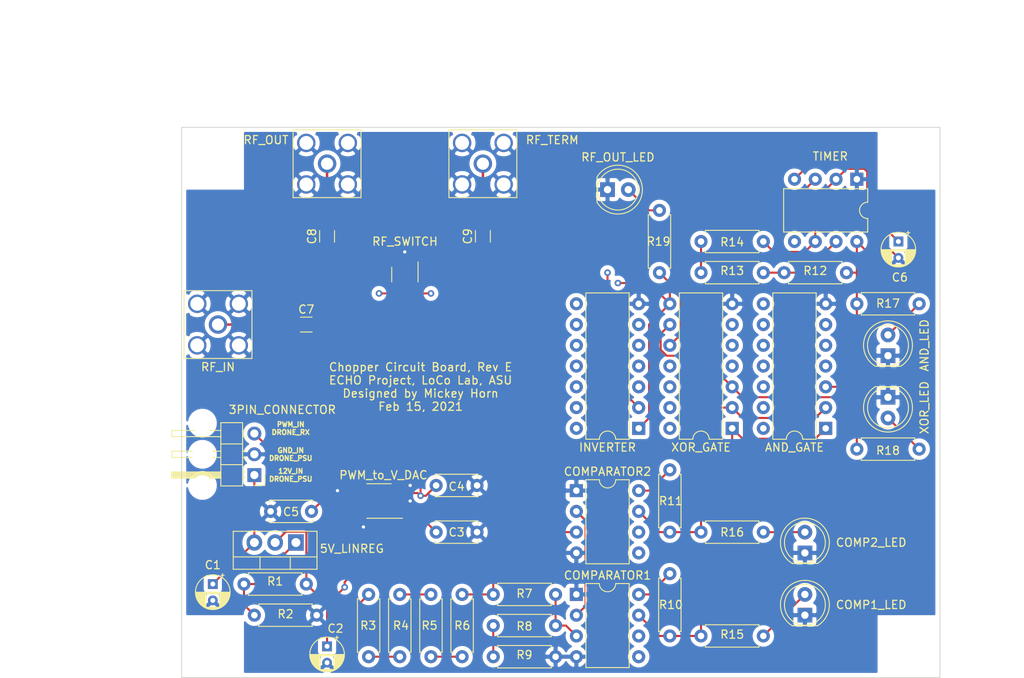
<source format=kicad_pcb>
(kicad_pcb (version 20171130) (host pcbnew "(5.1.9)-1")
  (layers (0 F.Cu signal) (1 In1.Cu signal) (2 In2.Cu signal) (31 B.Cu signal) (34 B.Paste user) (35 F.Paste user) (36 B.SilkS user) (37 F.SilkS user) (38 B.Mask user) (39 F.Mask user) (44 Edge.Cuts user))
  (net 0 "")
  (net 1 /12V)
  (net 2 GND)
  (net 3 /PWM)
  (net 4 /5V)
  (net 5 "Net-(5V_LINREG1-Pad1)")
  (net 6 "Net-(AND_GATE1-Pad13)")
  (net 7 "Net-(AND_GATE1-Pad6)")
  (net 8 "Net-(AND_GATE1-Pad12)")
  (net 9 "Net-(AND_GATE1-Pad5)")
  (net 10 "Net-(AND_GATE1-Pad11)")
  (net 11 "Net-(AND_GATE1-Pad4)")
  (net 12 "Net-(AND_GATE1-Pad10)")
  (net 13 "Net-(AND_GATE1-Pad3)")
  (net 14 "Net-(AND_GATE1-Pad9)")
  (net 15 "Net-(AND_GATE1-Pad2)")
  (net 16 "Net-(AND_GATE1-Pad8)")
  (net 17 "Net-(AND_GATE1-Pad1)")
  (net 18 "Net-(C5-Pad1)")
  (net 19 "Net-(C6-Pad1)")
  (net 20 /0.18V)
  (net 21 "Net-(COMPARATOR1-Pad6)")
  (net 22 "Net-(COMPARATOR1-Pad2)")
  (net 23 "Net-(COMPARATOR1-Pad5)")
  (net 24 /0.24V)
  (net 25 "Net-(COMPARATOR2-Pad6)")
  (net 26 "Net-(COMPARATOR2-Pad5)")
  (net 27 "Net-(INVERTER1-Pad13)")
  (net 28 "Net-(INVERTER1-Pad6)")
  (net 29 "Net-(INVERTER1-Pad12)")
  (net 30 "Net-(INVERTER1-Pad5)")
  (net 31 "Net-(INVERTER1-Pad11)")
  (net 32 "Net-(INVERTER1-Pad4)")
  (net 33 "Net-(INVERTER1-Pad10)")
  (net 34 "Net-(INVERTER1-Pad3)")
  (net 35 "Net-(INVERTER1-Pad9)")
  (net 36 "Net-(INVERTER1-Pad2)")
  (net 37 "Net-(INVERTER1-Pad8)")
  (net 38 "Net-(INVERTER1-Pad1)")
  (net 39 "Net-(PWM_to_V_DAC1-Pad3)")
  (net 40 "Net-(R3-Pad2)")
  (net 41 "Net-(R4-Pad2)")
  (net 42 "Net-(R5-Pad2)")
  (net 43 "Net-(R8-Pad2)")
  (net 44 "Net-(R12-Pad1)")
  (net 45 "Net-(R13-Pad1)")
  (net 46 "Net-(R18-Pad2)")
  (net 47 "Net-(TIMER1-Pad3)")
  (net 48 "Net-(TIMER1-Pad5)")
  (net 49 "Net-(XOR_GATE1-Pad13)")
  (net 50 "Net-(XOR_GATE1-Pad6)")
  (net 51 "Net-(XOR_GATE1-Pad12)")
  (net 52 "Net-(XOR_GATE1-Pad5)")
  (net 53 "Net-(XOR_GATE1-Pad11)")
  (net 54 "Net-(XOR_GATE1-Pad4)")
  (net 55 "Net-(C7-Pad2)")
  (net 56 "Net-(C7-Pad1)")
  (net 57 "Net-(C8-Pad2)")
  (net 58 "Net-(C8-Pad1)")
  (net 59 "Net-(C9-Pad2)")
  (net 60 "Net-(C9-Pad1)")
  (net 61 "Net-(AND_LED1-Pad2)")
  (net 62 "Net-(COMP1_LED1-Pad2)")
  (net 63 "Net-(COMP2_LED1-Pad2)")
  (net 64 "Net-(R18-Pad1)")
  (net 65 "Net-(R19-Pad1)")
  (module Connector_PinHeader_2.54mm:PinHeader_1x03_P2.54mm_Horizontal (layer F.Cu) (at 68.58 86.995 180)
    (fp_text reference 3PIN_CONNECTOR (at -3.42 7.995) (layer F.SilkS))
    (fp_text value Conn_01x03_Male)
    (pad 3 thru_hole oval (at 0 5.08 180) (size 1.7 1.7) (drill 1) (layers *.Cu *.Mask) (net 3 /PWM))
    (pad 2 thru_hole oval (at 0 2.54 180) (size 1.7 1.7) (drill 1) (layers *.Cu *.Mask) (net 2 GND))
    (pad 1 thru_hole rect (at 0 0 180) (size 1.7 1.7) (drill 1) (layers *.Cu *.Mask) (net 1 /12V))
  )
  (module MountingHole:MountingHole_3.2mm_M3 (layer F.Cu) (at 63.5 107.95)
    (fp_text reference REF** hide)
    (fp_text value MountingHole_3.2mm_M3)
    (pad 1 np_thru_hole circle (at 0 0) (size 3.2 3.2) (drill 3.2) (layers *.Cu *.Mask))
  )
  (module MountingHole:MountingHole_3.2mm_M3 (layer F.Cu) (at 148.59 107.95)
    (fp_text reference REF** hide)
    (fp_text value MountingHole_3.2mm_M3)
    (pad 1 np_thru_hole circle (at 0 0) (size 3.2 3.2) (drill 3.2) (layers *.Cu *.Mask))
  )
  (module MountingHole:MountingHole_3.2mm_M3 (layer F.Cu) (at 148.59 48.26)
    (fp_text reference REF** hide)
    (fp_text value MountingHole_3.2mm_M3)
    (pad 1 np_thru_hole circle (at 0 0) (size 3.2 3.2) (drill 3.2) (layers *.Cu *.Mask))
  )
  (module MountingHole:MountingHole_3.2mm_M3 (layer F.Cu) (at 63.5 48.26)
    (fp_text reference REF** hide)
    (fp_text value MountingHole_3.2mm_M3)
    (pad 1 np_thru_hole circle (at 0 0) (size 3.2 3.2) (drill 3.2) (layers *.Cu *.Mask))
  )
  (module MountingHole:MountingHole_2.5mm (layer F.Cu) (at 62.23 88.265)
    (fp_text reference REF** hide)
    (fp_text value MountingHole_2.5mm)
    (pad 1 np_thru_hole circle (at 0 0) (size 2.5 2.5) (drill 2.5) (layers *.Cu *.Mask))
  )
  (module MountingHole:MountingHole_2.5mm (layer F.Cu) (at 62.23 84.455)
    (fp_text reference REF** hide)
    (fp_text value MountingHole_2.5mm)
    (pad 1 np_thru_hole circle (at 0 0) (size 2.5 2.5) (drill 2.5) (layers *.Cu *.Mask))
  )
  (module MountingHole:MountingHole_2.5mm (layer F.Cu) (at 62.23 80.645)
    (fp_text reference REF** hide)
    (fp_text value MountingHole_2.5mm)
    (pad 1 np_thru_hole circle (at 0 0) (size 2.5 2.5) (drill 2.5) (layers *.Cu *.Mask))
  )
  (module Connector_Coaxial:SMA_Amphenol_132203-12_Horizontal (layer F.Cu) (at 96.52 48.895)
    (fp_text reference RF_TERM (at 8.48 -2.895) (layer F.SilkS))
    (fp_text value "Terminated Output")
    (pad 1 thru_hole circle (at 0 0) (size 2.25 2.25) (drill 1.5) (layers *.Cu *.Mask) (net 59 "Net-(C9-Pad2)"))
    (pad 2 thru_hole circle (at 2.54 2.54 90) (size 2.25 2.25) (drill 1.7) (layers *.Cu *.Mask) (net 2 GND))
    (pad 2 thru_hole circle (at 2.54 -2.54) (size 2.25 2.25) (drill 1.7) (layers *.Cu *.Mask) (net 2 GND))
    (pad 2 thru_hole circle (at -2.54 -2.54) (size 2.25 2.25) (drill 1.7) (layers *.Cu *.Mask) (net 2 GND))
    (pad 2 thru_hole circle (at -2.54 2.54) (size 2.25 2.25) (drill 1.7) (layers *.Cu *.Mask) (net 2 GND))
  )
  (module Connector_Coaxial:SMA_Amphenol_132203-12_Horizontal (layer F.Cu) (at 77.47 48.895)
    (fp_text reference RF_OUT (at -7.47 -2.895) (layer F.SilkS))
    (fp_text value "BicoLOG Output")
    (pad 1 thru_hole circle (at 0 0) (size 2.25 2.25) (drill 1.5) (layers *.Cu *.Mask) (net 57 "Net-(C8-Pad2)"))
    (pad 2 thru_hole circle (at 2.54 2.54 90) (size 2.25 2.25) (drill 1.7) (layers *.Cu *.Mask) (net 2 GND))
    (pad 2 thru_hole circle (at 2.54 -2.54) (size 2.25 2.25) (drill 1.7) (layers *.Cu *.Mask) (net 2 GND))
    (pad 2 thru_hole circle (at -2.54 -2.54) (size 2.25 2.25) (drill 1.7) (layers *.Cu *.Mask) (net 2 GND))
    (pad 2 thru_hole circle (at -2.54 2.54) (size 2.25 2.25) (drill 1.7) (layers *.Cu *.Mask) (net 2 GND))
  )
  (module Connector_Coaxial:SMA_Amphenol_132203-12_Horizontal (layer F.Cu) (at 64.135 68.58 90)
    (fp_text reference RF_IN (at -5.2 0) (layer F.SilkS))
    (fp_text value "Valon Input")
    (pad 1 thru_hole circle (at 0 0 90) (size 2.25 2.25) (drill 1.5) (layers *.Cu *.Mask) (net 56 "Net-(C7-Pad1)"))
    (pad 2 thru_hole circle (at 2.54 2.54 180) (size 2.25 2.25) (drill 1.7) (layers *.Cu *.Mask) (net 2 GND))
    (pad 2 thru_hole circle (at 2.54 -2.54 90) (size 2.25 2.25) (drill 1.7) (layers *.Cu *.Mask) (net 2 GND))
    (pad 2 thru_hole circle (at -2.54 -2.54 90) (size 2.25 2.25) (drill 1.7) (layers *.Cu *.Mask) (net 2 GND))
    (pad 2 thru_hole circle (at -2.54 2.54 90) (size 2.25 2.25) (drill 1.7) (layers *.Cu *.Mask) (net 2 GND))
  )
  (module Capacitor_SMD:C_1206_3216Metric_Pad1.33x1.80mm_HandSolder (layer F.Cu) (at 96.52 57.785 90)
    (fp_text reference C9 (at 0 -1.85 90) (layer F.SilkS))
    (fp_text value 390pF)
    (pad 2 smd roundrect (at 1.5625 0 90) (size 1.325 1.8) (layers F.Cu F.Paste F.Mask) (roundrect_rratio 0.188679) (net 59 "Net-(C9-Pad2)"))
    (pad 1 smd roundrect (at -1.5625 0 90) (size 1.325 1.8) (layers F.Cu F.Paste F.Mask) (roundrect_rratio 0.188679) (net 60 "Net-(C9-Pad1)"))
  )
  (module Capacitor_SMD:C_1206_3216Metric_Pad1.33x1.80mm_HandSolder (layer F.Cu) (at 77.47 57.785 90)
    (fp_text reference C8 (at 0 -1.85 90) (layer F.SilkS))
    (fp_text value 390pF)
    (pad 2 smd roundrect (at 1.5625 0 90) (size 1.325 1.8) (layers F.Cu F.Paste F.Mask) (roundrect_rratio 0.188679) (net 57 "Net-(C8-Pad2)"))
    (pad 1 smd roundrect (at -1.5625 0 90) (size 1.325 1.8) (layers F.Cu F.Paste F.Mask) (roundrect_rratio 0.188679) (net 58 "Net-(C8-Pad1)"))
  )
  (module Capacitor_SMD:C_1206_3216Metric_Pad1.33x1.80mm_HandSolder (layer F.Cu) (at 74.93 68.58)
    (fp_text reference C7 (at 0 -1.85) (layer F.SilkS))
    (fp_text value 390pF)
    (pad 2 smd roundrect (at 1.5625 0) (size 1.325 1.8) (layers F.Cu F.Paste F.Mask) (roundrect_rratio 0.188679) (net 55 "Net-(C7-Pad2)"))
    (pad 1 smd roundrect (at -1.5625 0) (size 1.325 1.8) (layers F.Cu F.Paste F.Mask) (roundrect_rratio 0.188679) (net 56 "Net-(C7-Pad1)"))
  )
  (module Package_TO_SOT_SMD:SOT-23-6 (layer F.Cu) (at 86.9848 62.4664 270)
    (fp_text reference RF_SWITCH (at -4.0464 -0.0102) (layer F.SilkS))
    (fp_text value HMC545AE)
    (pad 5 smd rect (at 1.1 0 270) (size 1.06 0.65) (layers F.Cu F.Paste F.Mask) (net 55 "Net-(C7-Pad2)"))
    (pad 6 smd rect (at 1.1 -0.95 270) (size 1.06 0.65) (layers F.Cu F.Paste F.Mask) (net 38 "Net-(INVERTER1-Pad1)"))
    (pad 4 smd rect (at 1.1 0.95 270) (size 1.06 0.65) (layers F.Cu F.Paste F.Mask) (net 36 "Net-(INVERTER1-Pad2)"))
    (pad 3 smd rect (at -1.1 0.95 270) (size 1.06 0.65) (layers F.Cu F.Paste F.Mask) (net 58 "Net-(C8-Pad1)"))
    (pad 2 smd rect (at -1.1 0 270) (size 1.06 0.65) (layers F.Cu F.Paste F.Mask) (net 2 GND))
    (pad 1 smd rect (at -1.1 -0.95 270) (size 1.06 0.65) (layers F.Cu F.Paste F.Mask) (net 60 "Net-(C9-Pad1)"))
  )
  (module Package_DIP:DIP-14_W7.62mm (layer F.Cu) (at 127 81.28 180)
    (fp_text reference XOR_GATE (at 3.81 -2.33) (layer F.SilkS))
    (fp_text value SN74LS86AN)
    (pad 14 thru_hole oval (at 7.62 0 180) (size 1.6 1.6) (drill 0.8) (layers *.Cu *.Mask) (net 4 /5V))
    (pad 7 thru_hole oval (at 0 15.24 180) (size 1.6 1.6) (drill 0.8) (layers *.Cu *.Mask) (net 2 GND))
    (pad 13 thru_hole oval (at 7.62 2.54 180) (size 1.6 1.6) (drill 0.8) (layers *.Cu *.Mask) (net 49 "Net-(XOR_GATE1-Pad13)"))
    (pad 6 thru_hole oval (at 0 12.7 180) (size 1.6 1.6) (drill 0.8) (layers *.Cu *.Mask) (net 50 "Net-(XOR_GATE1-Pad6)"))
    (pad 12 thru_hole oval (at 7.62 5.08 180) (size 1.6 1.6) (drill 0.8) (layers *.Cu *.Mask) (net 51 "Net-(XOR_GATE1-Pad12)"))
    (pad 5 thru_hole oval (at 0 10.16 180) (size 1.6 1.6) (drill 0.8) (layers *.Cu *.Mask) (net 52 "Net-(XOR_GATE1-Pad5)"))
    (pad 11 thru_hole oval (at 7.62 7.62 180) (size 1.6 1.6) (drill 0.8) (layers *.Cu *.Mask) (net 53 "Net-(XOR_GATE1-Pad11)"))
    (pad 4 thru_hole oval (at 0 7.62 180) (size 1.6 1.6) (drill 0.8) (layers *.Cu *.Mask) (net 54 "Net-(XOR_GATE1-Pad4)"))
    (pad 10 thru_hole oval (at 7.62 10.16 180) (size 1.6 1.6) (drill 0.8) (layers *.Cu *.Mask) (net 47 "Net-(TIMER1-Pad3)"))
    (pad 3 thru_hole oval (at 0 5.08 180) (size 1.6 1.6) (drill 0.8) (layers *.Cu *.Mask) (net 46 "Net-(R18-Pad2)"))
    (pad 9 thru_hole oval (at 7.62 12.7 180) (size 1.6 1.6) (drill 0.8) (layers *.Cu *.Mask) (net 46 "Net-(R18-Pad2)"))
    (pad 2 thru_hole oval (at 0 2.54 180) (size 1.6 1.6) (drill 0.8) (layers *.Cu *.Mask) (net 15 "Net-(AND_GATE1-Pad2)"))
    (pad 8 thru_hole oval (at 7.62 15.24 180) (size 1.6 1.6) (drill 0.8) (layers *.Cu *.Mask) (net 38 "Net-(INVERTER1-Pad1)"))
    (pad 1 thru_hole rect (at 0 0 180) (size 1.6 1.6) (drill 0.8) (layers *.Cu *.Mask) (net 17 "Net-(AND_GATE1-Pad1)"))
  )
  (module Package_DIP:DIP-8_W7.62mm (layer F.Cu) (at 142.24 50.8 270)
    (fp_text reference TIMER (at -2.8 3.24) (layer F.SilkS))
    (fp_text value TLC555xP)
    (pad 8 thru_hole oval (at 7.62 0 270) (size 1.6 1.6) (drill 0.8) (layers *.Cu *.Mask) (net 13 "Net-(AND_GATE1-Pad3)"))
    (pad 4 thru_hole oval (at 0 7.62 270) (size 1.6 1.6) (drill 0.8) (layers *.Cu *.Mask) (net 13 "Net-(AND_GATE1-Pad3)"))
    (pad 7 thru_hole oval (at 7.62 2.54 270) (size 1.6 1.6) (drill 0.8) (layers *.Cu *.Mask) (net 44 "Net-(R12-Pad1)"))
    (pad 3 thru_hole oval (at 0 5.08 270) (size 1.6 1.6) (drill 0.8) (layers *.Cu *.Mask) (net 47 "Net-(TIMER1-Pad3)"))
    (pad 6 thru_hole oval (at 7.62 5.08 270) (size 1.6 1.6) (drill 0.8) (layers *.Cu *.Mask) (net 19 "Net-(C6-Pad1)"))
    (pad 2 thru_hole oval (at 0 2.54 270) (size 1.6 1.6) (drill 0.8) (layers *.Cu *.Mask) (net 19 "Net-(C6-Pad1)"))
    (pad 5 thru_hole oval (at 7.62 7.62 270) (size 1.6 1.6) (drill 0.8) (layers *.Cu *.Mask) (net 48 "Net-(TIMER1-Pad5)"))
    (pad 1 thru_hole rect (at 0 0 270) (size 1.6 1.6) (drill 0.8) (layers *.Cu *.Mask) (net 2 GND))
  )
  (module Resistor_THT:R_Axial_DIN0207_L6.3mm_D2.5mm_P7.62mm_Horizontal (layer F.Cu) (at 118.11 54.61 270)
    (fp_text reference R19 (at 3.81 0.11) (layer F.SilkS))
    (fp_text value 100)
    (pad 2 thru_hole oval (at 7.62 0 270) (size 1.6 1.6) (drill 0.8) (layers *.Cu *.Mask) (net 38 "Net-(INVERTER1-Pad1)"))
    (pad 1 thru_hole circle (at 0 0 270) (size 1.6 1.6) (drill 0.8) (layers *.Cu *.Mask) (net 65 "Net-(R19-Pad1)"))
  )
  (module Resistor_THT:R_Axial_DIN0207_L6.3mm_D2.5mm_P7.62mm_Horizontal (layer F.Cu) (at 149.86 83.82 180)
    (fp_text reference R18 (at 3.81 -0.18) (layer F.SilkS))
    (fp_text value 100)
    (pad 2 thru_hole oval (at 7.62 0 180) (size 1.6 1.6) (drill 0.8) (layers *.Cu *.Mask) (net 46 "Net-(R18-Pad2)"))
    (pad 1 thru_hole circle (at 0 0 180) (size 1.6 1.6) (drill 0.8) (layers *.Cu *.Mask) (net 64 "Net-(R18-Pad1)"))
  )
  (module Resistor_THT:R_Axial_DIN0207_L6.3mm_D2.5mm_P7.62mm_Horizontal (layer F.Cu) (at 142.24 66.04)
    (fp_text reference R17 (at 3.81 -0.04) (layer F.SilkS))
    (fp_text value 100)
    (pad 2 thru_hole oval (at 7.62 0) (size 1.6 1.6) (drill 0.8) (layers *.Cu *.Mask) (net 61 "Net-(AND_LED1-Pad2)"))
    (pad 1 thru_hole circle (at 0 0) (size 1.6 1.6) (drill 0.8) (layers *.Cu *.Mask) (net 13 "Net-(AND_GATE1-Pad3)"))
  )
  (module Resistor_THT:R_Axial_DIN0207_L6.3mm_D2.5mm_P7.62mm_Horizontal (layer F.Cu) (at 123.19 93.98)
    (fp_text reference R16 (at 3.81 0.02) (layer F.SilkS))
    (fp_text value 100)
    (pad 2 thru_hole oval (at 7.62 0) (size 1.6 1.6) (drill 0.8) (layers *.Cu *.Mask) (net 63 "Net-(COMP2_LED1-Pad2)"))
    (pad 1 thru_hole circle (at 0 0) (size 1.6 1.6) (drill 0.8) (layers *.Cu *.Mask) (net 15 "Net-(AND_GATE1-Pad2)"))
  )
  (module Resistor_THT:R_Axial_DIN0207_L6.3mm_D2.5mm_P7.62mm_Horizontal (layer F.Cu) (at 123.19 106.68)
    (fp_text reference R15 (at 3.81 -0.18) (layer F.SilkS))
    (fp_text value 100)
    (pad 2 thru_hole oval (at 7.62 0) (size 1.6 1.6) (drill 0.8) (layers *.Cu *.Mask) (net 62 "Net-(COMP1_LED1-Pad2)"))
    (pad 1 thru_hole circle (at 0 0) (size 1.6 1.6) (drill 0.8) (layers *.Cu *.Mask) (net 17 "Net-(AND_GATE1-Pad1)"))
  )
  (module Resistor_THT:R_Axial_DIN0207_L6.3mm_D2.5mm_P7.62mm_Horizontal (layer F.Cu) (at 123.19 58.42)
    (fp_text reference R14 (at 3.81 0.08) (layer F.SilkS))
    (fp_text value 100k)
    (pad 2 thru_hole oval (at 7.62 0) (size 1.6 1.6) (drill 0.8) (layers *.Cu *.Mask) (net 19 "Net-(C6-Pad1)"))
    (pad 1 thru_hole circle (at 0 0) (size 1.6 1.6) (drill 0.8) (layers *.Cu *.Mask) (net 45 "Net-(R13-Pad1)"))
  )
  (module Resistor_THT:R_Axial_DIN0207_L6.3mm_D2.5mm_P7.62mm_Horizontal (layer F.Cu) (at 123.19 62.23)
    (fp_text reference R13 (at 3.81 -0.23) (layer F.SilkS))
    (fp_text value 200k)
    (pad 2 thru_hole oval (at 7.62 0) (size 1.6 1.6) (drill 0.8) (layers *.Cu *.Mask) (net 44 "Net-(R12-Pad1)"))
    (pad 1 thru_hole circle (at 0 0) (size 1.6 1.6) (drill 0.8) (layers *.Cu *.Mask) (net 45 "Net-(R13-Pad1)"))
  )
  (module Resistor_THT:R_Axial_DIN0207_L6.3mm_D2.5mm_P7.62mm_Horizontal (layer F.Cu) (at 133.35 62.23)
    (fp_text reference R12 (at 3.81 -0.23) (layer F.SilkS))
    (fp_text value 15k)
    (pad 2 thru_hole oval (at 7.62 0) (size 1.6 1.6) (drill 0.8) (layers *.Cu *.Mask) (net 13 "Net-(AND_GATE1-Pad3)"))
    (pad 1 thru_hole circle (at 0 0) (size 1.6 1.6) (drill 0.8) (layers *.Cu *.Mask) (net 44 "Net-(R12-Pad1)"))
  )
  (module Resistor_THT:R_Axial_DIN0207_L6.3mm_D2.5mm_P7.62mm_Horizontal (layer F.Cu) (at 119.38 93.98 90)
    (fp_text reference R11 (at 3.81 0.12 180) (layer F.SilkS))
    (fp_text value 20k)
    (pad 2 thru_hole oval (at 7.62 0 90) (size 1.6 1.6) (drill 0.8) (layers *.Cu *.Mask) (net 4 /5V))
    (pad 1 thru_hole circle (at 0 0 90) (size 1.6 1.6) (drill 0.8) (layers *.Cu *.Mask) (net 15 "Net-(AND_GATE1-Pad2)"))
  )
  (module Resistor_THT:R_Axial_DIN0207_L6.3mm_D2.5mm_P7.62mm_Horizontal (layer F.Cu) (at 119.38 106.68 90)
    (fp_text reference R10 (at 3.81 0.12 180) (layer F.SilkS))
    (fp_text value 20k)
    (pad 2 thru_hole oval (at 7.62 0 90) (size 1.6 1.6) (drill 0.8) (layers *.Cu *.Mask) (net 4 /5V))
    (pad 1 thru_hole circle (at 0 0 90) (size 1.6 1.6) (drill 0.8) (layers *.Cu *.Mask) (net 17 "Net-(AND_GATE1-Pad1)"))
  )
  (module Resistor_THT:R_Axial_DIN0207_L6.3mm_D2.5mm_P7.62mm_Horizontal (layer F.Cu) (at 97.79 109.22)
    (fp_text reference R9 (at 3.81 -0.22) (layer F.SilkS))
    (fp_text value 3.3k)
    (pad 2 thru_hole oval (at 7.62 0) (size 1.6 1.6) (drill 0.8) (layers *.Cu *.Mask) (net 2 GND))
    (pad 1 thru_hole circle (at 0 0) (size 1.6 1.6) (drill 0.8) (layers *.Cu *.Mask) (net 43 "Net-(R8-Pad2)"))
  )
  (module Resistor_THT:R_Axial_DIN0207_L6.3mm_D2.5mm_P7.62mm_Horizontal (layer F.Cu) (at 105.41 105.41 180)
    (fp_text reference R8 (at 3.81 -0.09) (layer F.SilkS))
    (fp_text value 3.3k)
    (pad 2 thru_hole oval (at 7.62 0 180) (size 1.6 1.6) (drill 0.8) (layers *.Cu *.Mask) (net 43 "Net-(R8-Pad2)"))
    (pad 1 thru_hole circle (at 0 0 180) (size 1.6 1.6) (drill 0.8) (layers *.Cu *.Mask) (net 20 /0.18V))
  )
  (module Resistor_THT:R_Axial_DIN0207_L6.3mm_D2.5mm_P7.62mm_Horizontal (layer F.Cu) (at 97.79 101.6)
    (fp_text reference R7 (at 3.81 -0.1) (layer F.SilkS))
    (fp_text value 2.2k)
    (pad 2 thru_hole oval (at 7.62 0) (size 1.6 1.6) (drill 0.8) (layers *.Cu *.Mask) (net 20 /0.18V))
    (pad 1 thru_hole circle (at 0 0) (size 1.6 1.6) (drill 0.8) (layers *.Cu *.Mask) (net 24 /0.24V))
  )
  (module Resistor_THT:R_Axial_DIN0207_L6.3mm_D2.5mm_P7.62mm_Horizontal (layer F.Cu) (at 93.98 109.22 90)
    (fp_text reference R6 (at 3.81 0.02 180) (layer F.SilkS))
    (fp_text value 5.6k)
    (pad 2 thru_hole oval (at 7.62 0 90) (size 1.6 1.6) (drill 0.8) (layers *.Cu *.Mask) (net 24 /0.24V))
    (pad 1 thru_hole circle (at 0 0 90) (size 1.6 1.6) (drill 0.8) (layers *.Cu *.Mask) (net 42 "Net-(R5-Pad2)"))
  )
  (module Resistor_THT:R_Axial_DIN0207_L6.3mm_D2.5mm_P7.62mm_Horizontal (layer F.Cu) (at 90.17 101.6 270)
    (fp_text reference R5 (at 3.81 0.17) (layer F.SilkS))
    (fp_text value 22k)
    (pad 2 thru_hole oval (at 7.62 0 270) (size 1.6 1.6) (drill 0.8) (layers *.Cu *.Mask) (net 42 "Net-(R5-Pad2)"))
    (pad 1 thru_hole circle (at 0 0 270) (size 1.6 1.6) (drill 0.8) (layers *.Cu *.Mask) (net 41 "Net-(R4-Pad2)"))
  )
  (module Resistor_THT:R_Axial_DIN0207_L6.3mm_D2.5mm_P7.62mm_Horizontal (layer F.Cu) (at 86.36 109.22 90)
    (fp_text reference R4 (at 3.81 0.14 180) (layer F.SilkS))
    (fp_text value 47k)
    (pad 2 thru_hole oval (at 7.62 0 90) (size 1.6 1.6) (drill 0.8) (layers *.Cu *.Mask) (net 41 "Net-(R4-Pad2)"))
    (pad 1 thru_hole circle (at 0 0 90) (size 1.6 1.6) (drill 0.8) (layers *.Cu *.Mask) (net 40 "Net-(R3-Pad2)"))
  )
  (module Resistor_THT:R_Axial_DIN0207_L6.3mm_D2.5mm_P7.62mm_Horizontal (layer F.Cu) (at 82.55 101.6 270)
    (fp_text reference R3 (at 3.81 0.05) (layer F.SilkS))
    (fp_text value 100k)
    (pad 2 thru_hole oval (at 7.62 0 270) (size 1.6 1.6) (drill 0.8) (layers *.Cu *.Mask) (net 40 "Net-(R3-Pad2)"))
    (pad 1 thru_hole circle (at 0 0 270) (size 1.6 1.6) (drill 0.8) (layers *.Cu *.Mask) (net 4 /5V))
  )
  (module Resistor_THT:R_Axial_DIN0207_L6.3mm_D2.5mm_P7.62mm_Horizontal (layer F.Cu) (at 76.2 104.14 180)
    (fp_text reference R2 (at 3.81 0.14) (layer F.SilkS))
    (fp_text value 300)
    (pad 2 thru_hole oval (at 7.62 0 180) (size 1.6 1.6) (drill 0.8) (layers *.Cu *.Mask) (net 5 "Net-(5V_LINREG1-Pad1)"))
    (pad 1 thru_hole circle (at 0 0 180) (size 1.6 1.6) (drill 0.8) (layers *.Cu *.Mask) (net 2 GND))
  )
  (module Resistor_THT:R_Axial_DIN0207_L6.3mm_D2.5mm_P7.62mm_Horizontal (layer F.Cu) (at 74.93 100.33 180)
    (fp_text reference R1 (at 3.81 0.33) (layer F.SilkS))
    (fp_text value 100)
    (pad 2 thru_hole oval (at 7.62 0 180) (size 1.6 1.6) (drill 0.8) (layers *.Cu *.Mask) (net 5 "Net-(5V_LINREG1-Pad1)"))
    (pad 1 thru_hole circle (at 0 0 180) (size 1.6 1.6) (drill 0.8) (layers *.Cu *.Mask) (net 4 /5V))
  )
  (module Package_SO:MSOP-12-1EP_3x4mm_P0.65mm_EP1.65x2.85mm (layer F.Cu) (at 83.82 90.17 180)
    (fp_text reference PWM_to_V_DAC (at -0.53 3.17) (layer F.SilkS))
    (fp_text value LTC2644CMS-L12#PBF)
    (pad 13 smd rect (at 0 0 180) (size 1.65 2.85) (layers F.Cu F.Mask))
    (pad 12 smd roundrect (at 2.15 -1.625 180) (size 1.45 0.4) (layers F.Cu F.Paste F.Mask) (net 2 GND))
    (pad 11 smd roundrect (at 2.15 -0.975 180) (size 1.45 0.4) (layers F.Cu F.Paste F.Mask) (net 2 GND))
    (pad 10 smd roundrect (at 2.15 -0.325 180) (size 1.45 0.4) (layers F.Cu F.Paste F.Mask) (net 18 "Net-(C5-Pad1)"))
    (pad 9 smd roundrect (at 2.15 0.325 180) (size 1.45 0.4) (layers F.Cu F.Paste F.Mask) (net 3 /PWM))
    (pad 8 smd roundrect (at 2.15 0.975 180) (size 1.45 0.4) (layers F.Cu F.Paste F.Mask) (net 2 GND))
    (pad 7 smd roundrect (at 2.15 1.625 180) (size 1.45 0.4) (layers F.Cu F.Paste F.Mask) (net 4 /5V))
    (pad 6 smd roundrect (at -2.15 1.625 180) (size 1.45 0.4) (layers F.Cu F.Paste F.Mask) (net 2 GND))
    (pad 5 smd roundrect (at -2.15 0.975 180) (size 1.45 0.4) (layers F.Cu F.Paste F.Mask) (net 4 /5V))
    (pad 4 smd roundrect (at -2.15 0.325 180) (size 1.45 0.4) (layers F.Cu F.Paste F.Mask) (net 2 GND))
    (pad 3 smd roundrect (at -2.15 -0.325 180) (size 1.45 0.4) (layers F.Cu F.Paste F.Mask) (net 39 "Net-(PWM_to_V_DAC1-Pad3)"))
    (pad 2 smd roundrect (at -2.15 -0.975 180) (size 1.45 0.4) (layers F.Cu F.Paste F.Mask) (net 22 "Net-(COMPARATOR1-Pad2)"))
    (pad 1 smd roundrect (at -2.15 -1.625 180) (size 1.45 0.4) (layers F.Cu F.Paste F.Mask) (net 4 /5V))
  )
  (module LED_THT:LED_D5.0mm (layer F.Cu) (at 111.76 52.07)
    (fp_text reference RF_OUT_LED (at 1.27 -3.96) (layer F.SilkS))
    (fp_text value LED)
    (pad 2 thru_hole circle (at 2.54 0) (size 1.8 1.8) (drill 0.9) (layers *.Cu *.Mask) (net 65 "Net-(R19-Pad1)"))
    (pad 1 thru_hole rect (at 0 0) (size 1.8 1.8) (drill 0.9) (layers *.Cu *.Mask) (net 2 GND))
  )
  (module LED_THT:LED_D5.0mm (layer F.Cu) (at 146.05 72.39 90)
    (fp_text reference AND_LED (at 1.27 4.45 90) (layer F.SilkS))
    (fp_text value LED)
    (pad 2 thru_hole circle (at 2.54 0 90) (size 1.8 1.8) (drill 0.9) (layers *.Cu *.Mask) (net 61 "Net-(AND_LED1-Pad2)"))
    (pad 1 thru_hole rect (at 0 0 90) (size 1.8 1.8) (drill 0.9) (layers *.Cu *.Mask) (net 2 GND))
  )
  (module LED_THT:LED_D5.0mm (layer F.Cu) (at 146.05 77.47 270)
    (fp_text reference XOR_LED (at 1.27 -4.45 90) (layer F.SilkS))
    (fp_text value LED)
    (pad 2 thru_hole circle (at 2.54 0 270) (size 1.8 1.8) (drill 0.9) (layers *.Cu *.Mask) (net 64 "Net-(R18-Pad1)"))
    (pad 1 thru_hole rect (at 0 0 270) (size 1.8 1.8) (drill 0.9) (layers *.Cu *.Mask) (net 2 GND))
  )
  (module LED_THT:LED_D5.0mm (layer F.Cu) (at 135.89 96.52 90)
    (fp_text reference COMP2_LED (at 1.27 8.11 180) (layer F.SilkS))
    (fp_text value LED)
    (pad 2 thru_hole circle (at 2.54 0 90) (size 1.8 1.8) (drill 0.9) (layers *.Cu *.Mask) (net 63 "Net-(COMP2_LED1-Pad2)"))
    (pad 1 thru_hole rect (at 0 0 90) (size 1.8 1.8) (drill 0.9) (layers *.Cu *.Mask) (net 2 GND))
  )
  (module LED_THT:LED_D5.0mm (layer F.Cu) (at 135.89 104.14 90)
    (fp_text reference COMP1_LED (at 1.27 8.11 180) (layer F.SilkS))
    (fp_text value LED)
    (pad 2 thru_hole circle (at 2.54 0 90) (size 1.8 1.8) (drill 0.9) (layers *.Cu *.Mask) (net 62 "Net-(COMP1_LED1-Pad2)"))
    (pad 1 thru_hole rect (at 0 0 90) (size 1.8 1.8) (drill 0.9) (layers *.Cu *.Mask) (net 2 GND))
  )
  (module Package_DIP:DIP-14_W7.62mm (layer F.Cu) (at 115.57 81.28 180)
    (fp_text reference INVERTER (at 3.81 -2.33) (layer F.SilkS))
    (fp_text value SN74LS04N)
    (pad 14 thru_hole oval (at 7.62 0 180) (size 1.6 1.6) (drill 0.8) (layers *.Cu *.Mask) (net 4 /5V))
    (pad 7 thru_hole oval (at 0 15.24 180) (size 1.6 1.6) (drill 0.8) (layers *.Cu *.Mask) (net 2 GND))
    (pad 13 thru_hole oval (at 7.62 2.54 180) (size 1.6 1.6) (drill 0.8) (layers *.Cu *.Mask) (net 27 "Net-(INVERTER1-Pad13)"))
    (pad 6 thru_hole oval (at 0 12.7 180) (size 1.6 1.6) (drill 0.8) (layers *.Cu *.Mask) (net 28 "Net-(INVERTER1-Pad6)"))
    (pad 12 thru_hole oval (at 7.62 5.08 180) (size 1.6 1.6) (drill 0.8) (layers *.Cu *.Mask) (net 29 "Net-(INVERTER1-Pad12)"))
    (pad 5 thru_hole oval (at 0 10.16 180) (size 1.6 1.6) (drill 0.8) (layers *.Cu *.Mask) (net 30 "Net-(INVERTER1-Pad5)"))
    (pad 11 thru_hole oval (at 7.62 7.62 180) (size 1.6 1.6) (drill 0.8) (layers *.Cu *.Mask) (net 31 "Net-(INVERTER1-Pad11)"))
    (pad 4 thru_hole oval (at 0 7.62 180) (size 1.6 1.6) (drill 0.8) (layers *.Cu *.Mask) (net 32 "Net-(INVERTER1-Pad4)"))
    (pad 10 thru_hole oval (at 7.62 10.16 180) (size 1.6 1.6) (drill 0.8) (layers *.Cu *.Mask) (net 33 "Net-(INVERTER1-Pad10)"))
    (pad 3 thru_hole oval (at 0 5.08 180) (size 1.6 1.6) (drill 0.8) (layers *.Cu *.Mask) (net 34 "Net-(INVERTER1-Pad3)"))
    (pad 9 thru_hole oval (at 7.62 12.7 180) (size 1.6 1.6) (drill 0.8) (layers *.Cu *.Mask) (net 35 "Net-(INVERTER1-Pad9)"))
    (pad 2 thru_hole oval (at 0 2.54 180) (size 1.6 1.6) (drill 0.8) (layers *.Cu *.Mask) (net 36 "Net-(INVERTER1-Pad2)"))
    (pad 8 thru_hole oval (at 7.62 15.24 180) (size 1.6 1.6) (drill 0.8) (layers *.Cu *.Mask) (net 37 "Net-(INVERTER1-Pad8)"))
    (pad 1 thru_hole rect (at 0 0 180) (size 1.6 1.6) (drill 0.8) (layers *.Cu *.Mask) (net 38 "Net-(INVERTER1-Pad1)"))
  )
  (module Package_DIP:DIP-8_W7.62mm (layer F.Cu) (at 107.95 88.9)
    (fp_text reference COMPARATOR2 (at 3.81 -2.33) (layer F.SilkS))
    (fp_text value LM311)
    (pad 8 thru_hole oval (at 7.62 0) (size 1.6 1.6) (drill 0.8) (layers *.Cu *.Mask) (net 4 /5V))
    (pad 4 thru_hole oval (at 0 7.62) (size 1.6 1.6) (drill 0.8) (layers *.Cu *.Mask) (net 2 GND))
    (pad 7 thru_hole oval (at 7.62 2.54) (size 1.6 1.6) (drill 0.8) (layers *.Cu *.Mask) (net 15 "Net-(AND_GATE1-Pad2)"))
    (pad 3 thru_hole oval (at 0 5.08) (size 1.6 1.6) (drill 0.8) (layers *.Cu *.Mask) (net 24 /0.24V))
    (pad 6 thru_hole oval (at 7.62 5.08) (size 1.6 1.6) (drill 0.8) (layers *.Cu *.Mask) (net 25 "Net-(COMPARATOR2-Pad6)"))
    (pad 2 thru_hole oval (at 0 2.54) (size 1.6 1.6) (drill 0.8) (layers *.Cu *.Mask) (net 22 "Net-(COMPARATOR1-Pad2)"))
    (pad 5 thru_hole oval (at 7.62 7.62) (size 1.6 1.6) (drill 0.8) (layers *.Cu *.Mask) (net 26 "Net-(COMPARATOR2-Pad5)"))
    (pad 1 thru_hole rect (at 0 0) (size 1.6 1.6) (drill 0.8) (layers *.Cu *.Mask) (net 2 GND))
  )
  (module Package_DIP:DIP-8_W7.62mm (layer F.Cu) (at 107.95 101.6)
    (fp_text reference COMPARATOR1 (at 3.81 -2.33) (layer F.SilkS))
    (fp_text value LM311)
    (pad 8 thru_hole oval (at 7.62 0) (size 1.6 1.6) (drill 0.8) (layers *.Cu *.Mask) (net 4 /5V))
    (pad 4 thru_hole oval (at 0 7.62) (size 1.6 1.6) (drill 0.8) (layers *.Cu *.Mask) (net 2 GND))
    (pad 7 thru_hole oval (at 7.62 2.54) (size 1.6 1.6) (drill 0.8) (layers *.Cu *.Mask) (net 17 "Net-(AND_GATE1-Pad1)"))
    (pad 3 thru_hole oval (at 0 5.08) (size 1.6 1.6) (drill 0.8) (layers *.Cu *.Mask) (net 20 /0.18V))
    (pad 6 thru_hole oval (at 7.62 5.08) (size 1.6 1.6) (drill 0.8) (layers *.Cu *.Mask) (net 21 "Net-(COMPARATOR1-Pad6)"))
    (pad 2 thru_hole oval (at 0 2.54) (size 1.6 1.6) (drill 0.8) (layers *.Cu *.Mask) (net 22 "Net-(COMPARATOR1-Pad2)"))
    (pad 5 thru_hole oval (at 7.62 7.62) (size 1.6 1.6) (drill 0.8) (layers *.Cu *.Mask) (net 23 "Net-(COMPARATOR1-Pad5)"))
    (pad 1 thru_hole rect (at 0 0) (size 1.6 1.6) (drill 0.8) (layers *.Cu *.Mask) (net 2 GND))
  )
  (module Capacitor_THT:CP_Radial_D4.0mm_P2.00mm (layer F.Cu) (at 147.32 58.42 270)
    (fp_text reference C6 (at 4.39 -0.18) (layer F.SilkS))
    (fp_text value 1uF)
    (pad 2 thru_hole circle (at 2 0 270) (size 1.2 1.2) (drill 0.6) (layers *.Cu *.Mask) (net 2 GND))
    (pad 1 thru_hole rect (at 0 0 270) (size 1.2 1.2) (drill 0.6) (layers *.Cu *.Mask) (net 19 "Net-(C6-Pad1)"))
  )
  (module Capacitor_THT:C_Disc_D5.0mm_W2.5mm_P5.00mm (layer F.Cu) (at 75.565 91.44 180)
    (fp_text reference C5 (at 2.5 -0.06) (layer F.SilkS))
    (fp_text value 0.15uF)
    (pad 2 thru_hole circle (at 5 0 180) (size 1.6 1.6) (drill 0.8) (layers *.Cu *.Mask) (net 2 GND))
    (pad 1 thru_hole circle (at 0 0 180) (size 1.6 1.6) (drill 0.8) (layers *.Cu *.Mask) (net 18 "Net-(C5-Pad1)"))
  )
  (module Capacitor_THT:C_Disc_D5.0mm_W2.5mm_P5.00mm (layer F.Cu) (at 90.805 88.265)
    (fp_text reference C4 (at 2.5 0.14) (layer F.SilkS))
    (fp_text value 0.15uF)
    (pad 2 thru_hole circle (at 5 0) (size 1.6 1.6) (drill 0.8) (layers *.Cu *.Mask) (net 2 GND))
    (pad 1 thru_hole circle (at 0 0) (size 1.6 1.6) (drill 0.8) (layers *.Cu *.Mask) (net 4 /5V))
  )
  (module Capacitor_THT:C_Disc_D5.0mm_W2.5mm_P5.00mm (layer F.Cu) (at 90.805 93.98)
    (fp_text reference C3 (at 2.5 0.02) (layer F.SilkS))
    (fp_text value 0.15uF)
    (pad 2 thru_hole circle (at 5 0) (size 1.6 1.6) (drill 0.8) (layers *.Cu *.Mask) (net 2 GND))
    (pad 1 thru_hole circle (at 0 0) (size 1.6 1.6) (drill 0.8) (layers *.Cu *.Mask) (net 4 /5V))
  )
  (module Capacitor_THT:CP_Radial_D4.0mm_P2.00mm (layer F.Cu) (at 77.47 107.95 270)
    (fp_text reference C2 (at -2.18 -1.03) (layer F.SilkS))
    (fp_text value 1uF)
    (pad 2 thru_hole circle (at 2 0 270) (size 1.2 1.2) (drill 0.6) (layers *.Cu *.Mask) (net 2 GND))
    (pad 1 thru_hole rect (at 0 0 270) (size 1.2 1.2) (drill 0.6) (layers *.Cu *.Mask) (net 4 /5V))
  )
  (module Capacitor_THT:CP_Radial_D4.0mm_P2.00mm (layer F.Cu) (at 63.5 100.33 270)
    (fp_text reference C1 (at -2.33 0) (layer F.SilkS))
    (fp_text value 0.1uF)
    (pad 2 thru_hole circle (at 2 0 270) (size 1.2 1.2) (drill 0.6) (layers *.Cu *.Mask) (net 2 GND))
    (pad 1 thru_hole rect (at 0 0 270) (size 1.2 1.2) (drill 0.6) (layers *.Cu *.Mask) (net 1 /12V))
  )
  (module Package_DIP:DIP-14_W7.62mm (layer F.Cu) (at 138.43 81.28 180)
    (fp_text reference AND_GATE (at 3.81 -2.33) (layer F.SilkS))
    (fp_text value SN74LS08N)
    (pad 14 thru_hole oval (at 7.62 0 180) (size 1.6 1.6) (drill 0.8) (layers *.Cu *.Mask) (net 4 /5V))
    (pad 7 thru_hole oval (at 0 15.24 180) (size 1.6 1.6) (drill 0.8) (layers *.Cu *.Mask) (net 2 GND))
    (pad 13 thru_hole oval (at 7.62 2.54 180) (size 1.6 1.6) (drill 0.8) (layers *.Cu *.Mask) (net 6 "Net-(AND_GATE1-Pad13)"))
    (pad 6 thru_hole oval (at 0 12.7 180) (size 1.6 1.6) (drill 0.8) (layers *.Cu *.Mask) (net 7 "Net-(AND_GATE1-Pad6)"))
    (pad 12 thru_hole oval (at 7.62 5.08 180) (size 1.6 1.6) (drill 0.8) (layers *.Cu *.Mask) (net 8 "Net-(AND_GATE1-Pad12)"))
    (pad 5 thru_hole oval (at 0 10.16 180) (size 1.6 1.6) (drill 0.8) (layers *.Cu *.Mask) (net 9 "Net-(AND_GATE1-Pad5)"))
    (pad 11 thru_hole oval (at 7.62 7.62 180) (size 1.6 1.6) (drill 0.8) (layers *.Cu *.Mask) (net 10 "Net-(AND_GATE1-Pad11)"))
    (pad 4 thru_hole oval (at 0 7.62 180) (size 1.6 1.6) (drill 0.8) (layers *.Cu *.Mask) (net 11 "Net-(AND_GATE1-Pad4)"))
    (pad 10 thru_hole oval (at 7.62 10.16 180) (size 1.6 1.6) (drill 0.8) (layers *.Cu *.Mask) (net 12 "Net-(AND_GATE1-Pad10)"))
    (pad 3 thru_hole oval (at 0 5.08 180) (size 1.6 1.6) (drill 0.8) (layers *.Cu *.Mask) (net 13 "Net-(AND_GATE1-Pad3)"))
    (pad 9 thru_hole oval (at 7.62 12.7 180) (size 1.6 1.6) (drill 0.8) (layers *.Cu *.Mask) (net 14 "Net-(AND_GATE1-Pad9)"))
    (pad 2 thru_hole oval (at 0 2.54 180) (size 1.6 1.6) (drill 0.8) (layers *.Cu *.Mask) (net 15 "Net-(AND_GATE1-Pad2)"))
    (pad 8 thru_hole oval (at 7.62 15.24 180) (size 1.6 1.6) (drill 0.8) (layers *.Cu *.Mask) (net 16 "Net-(AND_GATE1-Pad8)"))
    (pad 1 thru_hole rect (at 0 0 180) (size 1.6 1.6) (drill 0.8) (layers *.Cu *.Mask) (net 17 "Net-(AND_GATE1-Pad1)"))
  )
  (module Package_TO_SOT_THT:TO-220-3_Vertical (layer F.Cu) (at 73.66 95.25 180)
    (fp_text reference 5V_LINREG (at -6.84 -0.75) (layer F.SilkS))
    (fp_text value LM317_3PinPackage)
    (pad 3 thru_hole oval (at 5.08 0 180) (size 1.905 2) (drill 1.1) (layers *.Cu *.Mask) (net 1 /12V))
    (pad 2 thru_hole oval (at 2.54 0 180) (size 1.905 2) (drill 1.1) (layers *.Cu *.Mask) (net 4 /5V))
    (pad 1 thru_hole rect (at 0 0 180) (size 1.905 2) (drill 1.1) (layers *.Cu *.Mask) (net 5 "Net-(5V_LINREG1-Pad1)"))
  )
  (gr_text "Chopper Circuit Board, Rev E\nECHO Project, LoCo Lab, ASU\nDesigned by Mickey Horn\nFeb 15, 2021" (at 88.9 76.2) (layer F.SilkS) (effects (font (size 1 1))))
  (gr_text "12V_IN\nDRONE_PSU" (at 73.025 86.995) (layer F.SilkS) (effects (font (size 0.6 0.6))))
  (gr_text "GND_IN\nDRONE_PSU" (at 73.025 84.455) (layer F.SilkS) (effects (font (size 0.6 0.6))))
  (gr_text "PWM_IN\nDRONE_RX" (at 73.025 81.28) (layer F.SilkS) (effects (font (size 0.6 0.6))))
  (gr_line (start 152.4 44.45) (end 152.4 111.76) (layer Edge.Cuts) (width 0.1))
  (gr_line (start 59.69 44.45) (end 152.4 44.45) (layer Edge.Cuts) (width 0.1))
  (gr_line (start 59.69 111.76) (end 59.69 44.45) (layer Edge.Cuts) (width 0.1))
  (gr_line (start 152.4 111.76) (end 59.69 111.76) (layer Edge.Cuts) (width 0.1))
  (segment (start 68.58 95.25) (end 63.5 100.33) (width 0.25) (layer F.Cu) (net 1))
  (segment (start 68.58 86.995) (end 68.58 95.25) (width 0.25) (layer F.Cu) (net 1))
  (via (at 87.63 88.265) (size 0.8) (drill 0.4) (layers F.Cu B.Cu) (net 2))
  (via (at 87.63 90.17) (size 0.8) (drill 0.4) (layers F.Cu B.Cu) (net 2))
  (via (at 81.915 93.345) (size 0.8) (drill 0.4) (layers F.Cu B.Cu) (net 2))
  (via (at 78.74 88.9) (size 0.8) (drill 0.4) (layers F.Cu B.Cu) (net 2))
  (via (at 86.9696 59.69) (size 0.8) (drill 0.4) (layers F.Cu B.Cu) (net 2))
  (segment (start 86.9696 61.3512) (end 86.9848 61.3664) (width 0.25) (layer F.Cu) (net 2))
  (segment (start 86.9696 59.69) (end 86.9696 61.3512) (width 0.25) (layer F.Cu) (net 2))
  (segment (start 142.24 55.34) (end 147.32 60.42) (width 0.25) (layer F.Cu) (net 2))
  (segment (start 142.24 50.8) (end 142.24 55.34) (width 0.25) (layer F.Cu) (net 2))
  (segment (start 81.67 91.795) (end 81.67 91.145) (width 0.25) (layer F.Cu) (net 2))
  (segment (start 79.035 89.195) (end 81.67 89.195) (width 0.25) (layer F.Cu) (net 2))
  (segment (start 78.74 88.9) (end 79.035 89.195) (width 0.25) (layer F.Cu) (net 2))
  (segment (start 87.35 88.545) (end 87.63 88.265) (width 0.25) (layer F.Cu) (net 2))
  (segment (start 85.97 88.545) (end 87.35 88.545) (width 0.25) (layer F.Cu) (net 2))
  (segment (start 87.305 89.845) (end 87.63 90.17) (width 0.25) (layer F.Cu) (net 2))
  (segment (start 85.97 89.845) (end 87.305 89.845) (width 0.25) (layer F.Cu) (net 2))
  (segment (start 81.67 93.1) (end 81.915 93.345) (width 0.25) (layer F.Cu) (net 2))
  (segment (start 81.67 91.795) (end 81.67 93.1) (width 0.25) (layer F.Cu) (net 2))
  (segment (start 76.51 89.845) (end 81.67 89.845) (width 0.25) (layer F.Cu) (net 3))
  (segment (start 68.58 81.915) (end 76.51 89.845) (width 0.25) (layer F.Cu) (net 3))
  (segment (start 116.84 88.9) (end 119.38 86.36) (width 0.25) (layer F.Cu) (net 4))
  (segment (start 115.57 88.9) (end 116.84 88.9) (width 0.25) (layer F.Cu) (net 4))
  (segment (start 116.84 101.6) (end 119.38 99.06) (width 0.25) (layer F.Cu) (net 4))
  (segment (start 115.57 101.6) (end 116.84 101.6) (width 0.25) (layer F.Cu) (net 4))
  (segment (start 74.937501 100.322499) (end 74.93 100.33) (width 0.25) (layer F.Cu) (net 4))
  (segment (start 74.937501 93.989999) (end 74.937501 100.322499) (width 0.25) (layer F.Cu) (net 4))
  (segment (start 74.872501 93.924999) (end 74.937501 93.989999) (width 0.25) (layer F.Cu) (net 4))
  (segment (start 72.445001 93.924999) (end 74.872501 93.924999) (width 0.25) (layer F.Cu) (net 4))
  (segment (start 71.12 95.25) (end 72.445001 93.924999) (width 0.25) (layer F.Cu) (net 4))
  (segment (start 77.47 102.87) (end 77.47 106.68) (width 0.25) (layer F.Cu) (net 4))
  (segment (start 74.93 100.33) (end 77.47 102.87) (width 0.25) (layer F.Cu) (net 4))
  (segment (start 81.28 102.87) (end 82.55 101.6) (width 0.25) (layer F.Cu) (net 4))
  (segment (start 77.47 102.87) (end 81.28 102.87) (width 0.25) (layer F.Cu) (net 4))
  (segment (start 79.62 100.72) (end 79.62 100.72) (width 0.25) (layer F.Cu) (net 4))
  (segment (start 79.62 100.72) (end 77.47 102.87) (width 0.25) (layer F.Cu) (net 4))
  (via (at 79.62 100.72) (size 0.8) (drill 0.4) (layers F.Cu B.Cu) (net 4))
  (via (at 88.9 89.535) (size 0.8) (drill 0.4) (layers F.Cu B.Cu) (net 4))
  (segment (start 77.47 106.68) (end 77.47 107.95) (width 0.25) (layer F.Cu) (net 4))
  (segment (start 88.9 89.535) (end 88.9 88.265) (width 0.25) (layer F.Cu) (net 4))
  (segment (start 88.9 88.265) (end 88.9 86.36) (width 0.25) (layer F.Cu) (net 4))
  (segment (start 88.9 86.36) (end 88.265 85.725) (width 0.25) (layer F.Cu) (net 4))
  (segment (start 88.265 85.725) (end 82.55 85.725) (width 0.25) (layer F.Cu) (net 4))
  (segment (start 81.67 86.605) (end 81.67 88.545) (width 0.25) (layer F.Cu) (net 4))
  (segment (start 82.55 85.725) (end 81.67 86.605) (width 0.25) (layer F.Cu) (net 4))
  (segment (start 79.62 100.72) (end 79.62 100.085) (width 0.25) (layer F.Cu) (net 4))
  (segment (start 85.97 93.735) (end 85.97 91.795) (width 0.25) (layer F.Cu) (net 4))
  (segment (start 79.62 100.085) (end 85.97 93.735) (width 0.25) (layer F.Cu) (net 4))
  (segment (start 88.62 91.795) (end 90.805 93.98) (width 0.25) (layer F.Cu) (net 4))
  (segment (start 85.97 91.795) (end 88.62 91.795) (width 0.25) (layer F.Cu) (net 4))
  (segment (start 88.56 89.195) (end 85.97 89.195) (width 0.25) (layer F.Cu) (net 4))
  (segment (start 88.9 89.535) (end 88.56 89.195) (width 0.25) (layer F.Cu) (net 4))
  (segment (start 89.535 89.535) (end 90.805 88.265) (width 0.25) (layer F.Cu) (net 4))
  (segment (start 88.9 89.535) (end 89.535 89.535) (width 0.25) (layer F.Cu) (net 4))
  (segment (start 68.58 100.33) (end 67.31 100.33) (width 0.25) (layer F.Cu) (net 5))
  (segment (start 73.66 95.25) (end 68.58 100.33) (width 0.25) (layer F.Cu) (net 5))
  (segment (start 67.31 102.87) (end 68.58 104.14) (width 0.25) (layer F.Cu) (net 5))
  (segment (start 67.31 100.33) (end 67.31 102.87) (width 0.25) (layer F.Cu) (net 5))
  (segment (start 138.43 76.2) (end 140.97 76.2) (width 0.25) (layer F.Cu) (net 13))
  (segment (start 140.97 76.2) (end 142.24 74.93) (width 0.25) (layer F.Cu) (net 13))
  (segment (start 142.24 74.93) (end 142.24 66.04) (width 0.25) (layer F.Cu) (net 13))
  (segment (start 142.24 62.23) (end 140.97 62.23) (width 0.25) (layer F.Cu) (net 13))
  (segment (start 142.24 66.04) (end 142.24 62.23) (width 0.25) (layer F.Cu) (net 13))
  (segment (start 142.24 62.23) (end 142.24 58.42) (width 0.25) (layer F.Cu) (net 13))
  (segment (start 145.165001 61.345001) (end 142.24 58.42) (width 0.25) (layer F.Cu) (net 13))
  (segment (start 148.59 62.23) (end 146.05 62.23) (width 0.25) (layer F.Cu) (net 13))
  (segment (start 143.96001 54.4236) (end 146.68641 57.15) (width 0.25) (layer F.Cu) (net 13))
  (segment (start 143.96001 49.698598) (end 143.96001 54.4236) (width 0.25) (layer F.Cu) (net 13))
  (segment (start 143.341402 49.07999) (end 143.96001 49.698598) (width 0.25) (layer F.Cu) (net 13))
  (segment (start 136.34001 49.07999) (end 143.341402 49.07999) (width 0.25) (layer F.Cu) (net 13))
  (segment (start 146.05 62.23) (end 145.165001 61.345001) (width 0.25) (layer F.Cu) (net 13))
  (segment (start 149.86 60.96) (end 148.59 62.23) (width 0.25) (layer F.Cu) (net 13))
  (segment (start 134.62 50.8) (end 136.34001 49.07999) (width 0.25) (layer F.Cu) (net 13))
  (segment (start 146.68641 57.15) (end 148.59 57.15) (width 0.25) (layer F.Cu) (net 13))
  (segment (start 148.59 57.15) (end 149.86 58.42) (width 0.25) (layer F.Cu) (net 13))
  (segment (start 149.86 58.42) (end 149.86 60.96) (width 0.25) (layer F.Cu) (net 13))
  (segment (start 118.11 93.98) (end 115.57 91.44) (width 0.25) (layer F.Cu) (net 15))
  (segment (start 119.38 93.98) (end 118.11 93.98) (width 0.25) (layer F.Cu) (net 15))
  (segment (start 119.38 93.98) (end 123.19 93.98) (width 0.25) (layer F.Cu) (net 15))
  (segment (start 123.19 93.98) (end 123.19 80.01) (width 0.25) (layer F.Cu) (net 15))
  (segment (start 124.46 78.74) (end 127 78.74) (width 0.25) (layer F.Cu) (net 15))
  (segment (start 123.19 80.01) (end 124.46 78.74) (width 0.25) (layer F.Cu) (net 15))
  (segment (start 127 78.74) (end 128.27 80.01) (width 0.25) (layer F.Cu) (net 15))
  (segment (start 128.27 80.01) (end 137.16 80.01) (width 0.25) (layer F.Cu) (net 15))
  (segment (start 137.16 80.01) (end 138.43 78.74) (width 0.25) (layer F.Cu) (net 15))
  (segment (start 118.11 106.68) (end 115.57 104.14) (width 0.25) (layer F.Cu) (net 17))
  (segment (start 119.38 106.68) (end 118.11 106.68) (width 0.25) (layer F.Cu) (net 17))
  (segment (start 119.38 106.68) (end 123.19 106.68) (width 0.25) (layer F.Cu) (net 17))
  (segment (start 127 81.28) (end 128.27 82.55) (width 0.25) (layer F.Cu) (net 17))
  (segment (start 128.27 82.55) (end 137.16 82.55) (width 0.25) (layer F.Cu) (net 17))
  (segment (start 137.16 82.55) (end 138.43 81.28) (width 0.25) (layer F.Cu) (net 17))
  (segment (start 127 100.33) (end 127 81.28) (width 0.25) (layer F.Cu) (net 17))
  (segment (start 123.19 104.14) (end 127 100.33) (width 0.25) (layer F.Cu) (net 17))
  (segment (start 123.19 106.68) (end 123.19 104.14) (width 0.25) (layer F.Cu) (net 17))
  (segment (start 76.51 90.495) (end 75.565 91.44) (width 0.25) (layer F.Cu) (net 18))
  (segment (start 81.67 90.495) (end 76.51 90.495) (width 0.25) (layer F.Cu) (net 18))
  (segment (start 140.97 49.53) (end 139.7 50.8) (width 0.25) (layer F.Cu) (net 19))
  (segment (start 130.81 58.42) (end 132.08 59.69) (width 0.25) (layer F.Cu) (net 19))
  (segment (start 132.08 59.69) (end 135.89 59.69) (width 0.25) (layer F.Cu) (net 19))
  (segment (start 135.89 59.69) (end 137.16 58.42) (width 0.25) (layer F.Cu) (net 19))
  (segment (start 137.16 53.34) (end 139.7 50.8) (width 0.25) (layer F.Cu) (net 19))
  (segment (start 137.16 58.42) (end 137.16 53.34) (width 0.25) (layer F.Cu) (net 19))
  (segment (start 140.97 49.53) (end 143.155002 49.53) (width 0.25) (layer F.Cu) (net 19))
  (segment (start 143.155002 49.53) (end 143.51 49.884998) (width 0.25) (layer F.Cu) (net 19))
  (segment (start 143.51 54.61) (end 147.32 58.42) (width 0.25) (layer F.Cu) (net 19))
  (segment (start 143.51 49.884998) (end 143.51 54.61) (width 0.25) (layer F.Cu) (net 19))
  (segment (start 105.41 101.6) (end 105.41 105.41) (width 0.25) (layer F.Cu) (net 20))
  (segment (start 106.68 105.41) (end 107.95 106.68) (width 0.25) (layer F.Cu) (net 20))
  (segment (start 105.41 105.41) (end 106.68 105.41) (width 0.25) (layer F.Cu) (net 20))
  (segment (start 107.655 91.145) (end 107.95 91.44) (width 0.25) (layer F.Cu) (net 22))
  (segment (start 109.075001 103.014999) (end 107.95 104.14) (width 0.25) (layer F.Cu) (net 22))
  (segment (start 109.075001 92.565001) (end 109.075001 103.014999) (width 0.25) (layer F.Cu) (net 22))
  (segment (start 107.95 91.44) (end 109.075001 92.565001) (width 0.25) (layer F.Cu) (net 22))
  (segment (start 93.98 101.6) (end 97.79 101.6) (width 0.25) (layer F.Cu) (net 24))
  (segment (start 97.79 101.6) (end 97.79 93.98) (width 0.25) (layer F.Cu) (net 24))
  (segment (start 97.79 93.98) (end 107.95 93.98) (width 0.25) (layer F.Cu) (net 24))
  (via (at 83.82 64.77) (size 0.8) (drill 0.4) (layers F.Cu B.Cu) (net 36))
  (segment (start 115.57 78.74) (end 111.76 74.93) (width 0.25) (layer F.Cu) (net 36))
  (segment (start 111.76 66.04) (end 111.76 66.04) (width 0.25) (layer F.Cu) (net 36))
  (via (at 111.76 62.23) (size 0.8) (drill 0.4) (layers F.Cu B.Cu) (net 36))
  (segment (start 111.76 74.93) (end 111.76 62.23) (width 0.25) (layer F.Cu) (net 36))
  (segment (start 86.0348 63.5664) (end 86.0348 63.8252) (width 0.25) (layer F.Cu) (net 36))
  (segment (start 85.09 64.77) (end 83.82 64.77) (width 0.25) (layer F.Cu) (net 36))
  (segment (start 86.0348 63.8252) (end 85.09 64.77) (width 0.25) (layer F.Cu) (net 36))
  (via (at 90.17 64.77) (size 0.8) (drill 0.4) (layers F.Cu B.Cu) (net 38))
  (segment (start 119.38 63.5) (end 118.11 62.23) (width 0.25) (layer F.Cu) (net 38))
  (segment (start 119.38 66.04) (end 119.38 63.5) (width 0.25) (layer F.Cu) (net 38))
  (segment (start 116.84 80.01) (end 115.57 81.28) (width 0.25) (layer F.Cu) (net 38))
  (segment (start 116.84 68.58) (end 116.84 80.01) (width 0.25) (layer F.Cu) (net 38))
  (segment (start 119.38 66.04) (end 116.84 68.58) (width 0.25) (layer F.Cu) (net 38))
  (segment (start 119.38 66.04) (end 116.84 63.5) (width 0.25) (layer F.Cu) (net 38))
  (via (at 113.03 63.5) (size 0.8) (drill 0.4) (layers F.Cu B.Cu) (net 38))
  (segment (start 116.84 63.5) (end 113.275 63.5) (width 0.25) (layer F.Cu) (net 38))
  (segment (start 87.9348 63.5664) (end 87.9348 63.8048) (width 0.25) (layer F.Cu) (net 38))
  (segment (start 88.9 64.77) (end 90.17 64.77) (width 0.25) (layer F.Cu) (net 38))
  (segment (start 87.9348 63.8048) (end 88.9 64.77) (width 0.25) (layer F.Cu) (net 38))
  (segment (start 82.55 109.22) (end 86.36 109.22) (width 0.25) (layer F.Cu) (net 40))
  (segment (start 86.36 101.6) (end 90.17 101.6) (width 0.25) (layer F.Cu) (net 41))
  (segment (start 90.17 109.22) (end 93.98 109.22) (width 0.25) (layer F.Cu) (net 42))
  (segment (start 97.79 105.41) (end 97.79 109.22) (width 0.25) (layer F.Cu) (net 43))
  (segment (start 135.89 62.23) (end 139.7 58.42) (width 0.25) (layer F.Cu) (net 44))
  (segment (start 133.35 62.23) (end 135.89 62.23) (width 0.25) (layer F.Cu) (net 44))
  (segment (start 133.35 62.23) (end 130.81 62.23) (width 0.25) (layer F.Cu) (net 44))
  (segment (start 123.19 62.23) (end 123.19 58.42) (width 0.25) (layer F.Cu) (net 45))
  (segment (start 127 76.2) (end 128.27 77.47) (width 0.25) (layer F.Cu) (net 46))
  (segment (start 128.27 77.47) (end 140.97 77.47) (width 0.25) (layer F.Cu) (net 46))
  (segment (start 140.97 77.47) (end 142.24 78.74) (width 0.25) (layer F.Cu) (net 46))
  (segment (start 142.24 78.74) (end 142.24 83.82) (width 0.25) (layer F.Cu) (net 46))
  (segment (start 127 76.2) (end 123.19 72.39) (width 0.25) (layer F.Cu) (net 46))
  (segment (start 118.254999 69.705001) (end 119.38 68.58) (width 0.25) (layer F.Cu) (net 46))
  (segment (start 118.254999 71.660001) (end 118.254999 69.705001) (width 0.25) (layer F.Cu) (net 46))
  (segment (start 118.984998 72.39) (end 118.254999 71.660001) (width 0.25) (layer F.Cu) (net 46))
  (segment (start 123.19 72.39) (end 118.984998 72.39) (width 0.25) (layer F.Cu) (net 46))
  (segment (start 120.65 69.85) (end 119.38 71.12) (width 0.25) (layer F.Cu) (net 47))
  (segment (start 120.65 57.15) (end 120.65 69.85) (width 0.25) (layer F.Cu) (net 47))
  (segment (start 123.19 54.61) (end 120.65 57.15) (width 0.25) (layer F.Cu) (net 47))
  (segment (start 133.35 54.61) (end 123.19 54.61) (width 0.25) (layer F.Cu) (net 47))
  (segment (start 137.16 50.8) (end 133.35 54.61) (width 0.25) (layer F.Cu) (net 47))
  (segment (start 86.9848 64.3964) (end 86.9848 63.5664) (width 0.3) (layer F.Cu) (net 55))
  (segment (start 82.8012 68.58) (end 86.9848 64.3964) (width 0.3) (layer F.Cu) (net 55))
  (segment (start 76.4925 68.58) (end 82.8012 68.58) (width 0.3) (layer F.Cu) (net 55))
  (segment (start 64.135 68.58) (end 73.3675 68.58) (width 0.3) (layer F.Cu) (net 56))
  (segment (start 77.47 48.895) (end 77.47 56.2225) (width 0.3) (layer F.Cu) (net 57))
  (segment (start 79.4889 61.3664) (end 77.47 59.3475) (width 0.3) (layer F.Cu) (net 58))
  (segment (start 86.0348 61.3664) (end 79.4889 61.3664) (width 0.3) (layer F.Cu) (net 58))
  (segment (start 96.52 48.895) (end 96.52 56.2225) (width 0.3) (layer F.Cu) (net 59))
  (segment (start 94.5011 61.3664) (end 96.52 59.3475) (width 0.3) (layer F.Cu) (net 60))
  (segment (start 87.9348 61.3664) (end 94.5011 61.3664) (width 0.3) (layer F.Cu) (net 60))
  (segment (start 149.86 66.04) (end 146.05 69.85) (width 0.25) (layer F.Cu) (net 61))
  (segment (start 130.81 106.68) (end 135.89 101.6) (width 0.25) (layer F.Cu) (net 62))
  (segment (start 130.81 93.98) (end 135.89 93.98) (width 0.25) (layer F.Cu) (net 63))
  (segment (start 149.86 83.82) (end 146.05 80.01) (width 0.25) (layer F.Cu) (net 64))
  (segment (start 116.84 54.61) (end 114.3 52.07) (width 0.25) (layer F.Cu) (net 65))
  (segment (start 118.11 54.61) (end 116.84 54.61) (width 0.25) (layer F.Cu) (net 65))
  (zone (net 0) (net_name "") (layers F.Cu In1.Cu In2.Cu B.Cu) (connect_pads (clearance 0.508)) (min_thickness 0.254)
    (keepout (tracks not_allowed) (vias not_allowed) (copperpour not_allowed))
    (fill (arc_segments 32) (thermal_gap 0.508) (thermal_bridge_width 0.508))
    (polygon (pts (xy 67.31 52.07) (xy 59.69 52.07) (xy 59.69 44.45) (xy 67.31 44.45)))
  )
  (zone (net 0) (net_name "") (layers F.Cu In1.Cu In2.Cu B.Cu) (connect_pads (clearance 0.508)) (min_thickness 0.254)
    (keepout (tracks not_allowed) (vias not_allowed) (copperpour not_allowed))
    (fill (arc_segments 32) (thermal_gap 0.508) (thermal_bridge_width 0.508))
    (polygon (pts (xy 152.4 52.07) (xy 144.78 52.07) (xy 144.78 44.45) (xy 152.4 44.45)))
  )
  (zone (net 0) (net_name "") (layers F.Cu In1.Cu In2.Cu B.Cu) (connect_pads (clearance 0.508)) (min_thickness 0.254)
    (keepout (tracks not_allowed) (vias not_allowed) (copperpour not_allowed))
    (fill (arc_segments 32) (thermal_gap 0.508) (thermal_bridge_width 0.508))
    (polygon (pts (xy 152.4 111.76) (xy 144.78 111.76) (xy 144.78 104.14) (xy 152.4 104.14)))
  )
  (zone (net 0) (net_name "") (layers F.Cu In1.Cu In2.Cu B.Cu) (connect_pads (clearance 0.508)) (min_thickness 0.254)
    (keepout (tracks not_allowed) (vias not_allowed) (copperpour not_allowed))
    (fill (arc_segments 32) (thermal_gap 0.508) (thermal_bridge_width 0.508))
    (polygon (pts (xy 67.31 111.76) (xy 59.69 111.76) (xy 59.69 104.14) (xy 67.31 104.14)))
  )
  (zone (net 2) (net_name GND) (layer B.Cu) (connect_pads (clearance 0.508)) (min_thickness 0.254) (fill yes (arc_segments 32) (thermal_gap 0.508) (thermal_bridge_width 0.508))
    (polygon (pts (xy 152.4 111.76) (xy 59.69 111.76) (xy 59.69 44.45) (xy 152.4 44.45)))
  )
)
</source>
